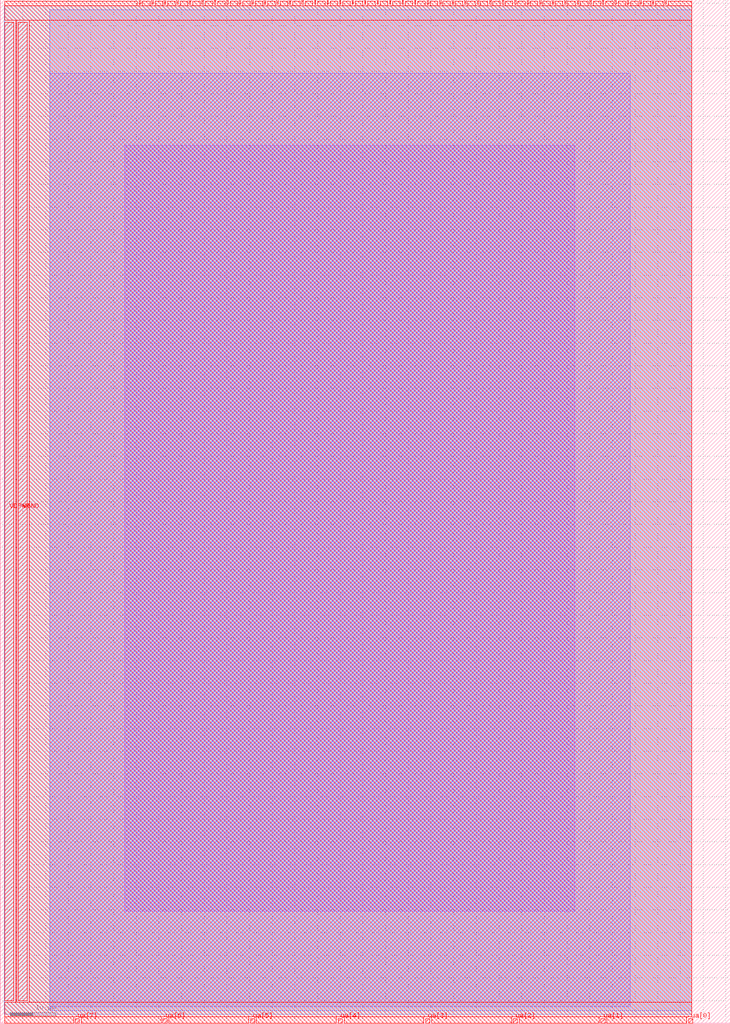
<source format=lef>
VERSION 5.7 ;
  NOWIREEXTENSIONATPIN ON ;
  DIVIDERCHAR "/" ;
  BUSBITCHARS "[]" ;
MACRO tt_um_psei
  CLASS BLOCK ;
  FOREIGN tt_um_psei ;
  ORIGIN 0.000 0.000 ;
  SIZE 161.000 BY 225.760 ;
  PIN clk
    DIRECTION INPUT ;
    USE SIGNAL ;
    PORT
      LAYER met4 ;
        RECT 143.830 224.760 144.130 225.760 ;
    END
  END clk
  PIN ena
    DIRECTION INPUT ;
    USE SIGNAL ;
    PORT
      LAYER met4 ;
        RECT 146.590 224.760 146.890 225.760 ;
    END
  END ena
  PIN rst_n
    DIRECTION INPUT ;
    USE SIGNAL ;
    PORT
      LAYER met4 ;
        RECT 141.070 224.760 141.370 225.760 ;
    END
  END rst_n
  PIN ua[0]
    DIRECTION INOUT ;
    USE SIGNAL ;
    ANTENNAGATEAREA 1.700000 ;
    PORT
      LAYER met4 ;
        RECT 151.810 0.000 152.710 1.000 ;
    END
  END ua[0]
  PIN ua[1]
    DIRECTION INOUT ;
    USE SIGNAL ;
    ANTENNADIFFAREA 0.910000 ;
    PORT
      LAYER met4 ;
        RECT 132.490 0.000 133.390 1.000 ;
    END
  END ua[1]
  PIN ua[2]
    DIRECTION INOUT ;
    USE SIGNAL ;
    ANTENNADIFFAREA 0.580000 ;
    PORT
      LAYER met4 ;
        RECT 113.170 0.000 114.070 1.000 ;
    END
  END ua[2]
  PIN ua[3]
    DIRECTION INOUT ;
    USE SIGNAL ;
    PORT
      LAYER met4 ;
        RECT 93.850 0.000 94.750 1.000 ;
    END
  END ua[3]
  PIN ua[4]
    DIRECTION INOUT ;
    USE SIGNAL ;
    PORT
      LAYER met4 ;
        RECT 74.530 0.000 75.430 1.000 ;
    END
  END ua[4]
  PIN ua[5]
    DIRECTION INOUT ;
    USE SIGNAL ;
    PORT
      LAYER met4 ;
        RECT 55.210 0.000 56.110 1.000 ;
    END
  END ua[5]
  PIN ua[6]
    DIRECTION INOUT ;
    USE SIGNAL ;
    PORT
      LAYER met4 ;
        RECT 35.890 0.000 36.790 1.000 ;
    END
  END ua[6]
  PIN ua[7]
    DIRECTION INOUT ;
    USE SIGNAL ;
    PORT
      LAYER met4 ;
        RECT 16.570 0.000 17.470 1.000 ;
    END
  END ua[7]
  PIN ui_in[0]
    DIRECTION INPUT ;
    USE SIGNAL ;
    ANTENNAGATEAREA 0.196500 ;
    PORT
      LAYER met4 ;
        RECT 138.310 224.760 138.610 225.760 ;
    END
  END ui_in[0]
  PIN ui_in[1]
    DIRECTION INPUT ;
    USE SIGNAL ;
    ANTENNAGATEAREA 0.196500 ;
    PORT
      LAYER met4 ;
        RECT 135.550 224.760 135.850 225.760 ;
    END
  END ui_in[1]
  PIN ui_in[2]
    DIRECTION INPUT ;
    USE SIGNAL ;
    ANTENNAGATEAREA 0.196500 ;
    PORT
      LAYER met4 ;
        RECT 132.790 224.760 133.090 225.760 ;
    END
  END ui_in[2]
  PIN ui_in[3]
    DIRECTION INPUT ;
    USE SIGNAL ;
    PORT
      LAYER met4 ;
        RECT 130.030 224.760 130.330 225.760 ;
    END
  END ui_in[3]
  PIN ui_in[4]
    DIRECTION INPUT ;
    USE SIGNAL ;
    PORT
      LAYER met4 ;
        RECT 127.270 224.760 127.570 225.760 ;
    END
  END ui_in[4]
  PIN ui_in[5]
    DIRECTION INPUT ;
    USE SIGNAL ;
    PORT
      LAYER met4 ;
        RECT 124.510 224.760 124.810 225.760 ;
    END
  END ui_in[5]
  PIN ui_in[6]
    DIRECTION INPUT ;
    USE SIGNAL ;
    PORT
      LAYER met4 ;
        RECT 121.750 224.760 122.050 225.760 ;
    END
  END ui_in[6]
  PIN ui_in[7]
    DIRECTION INPUT ;
    USE SIGNAL ;
    PORT
      LAYER met4 ;
        RECT 118.990 224.760 119.290 225.760 ;
    END
  END ui_in[7]
  PIN uio_in[0]
    DIRECTION INPUT ;
    USE SIGNAL ;
    PORT
      LAYER met4 ;
        RECT 116.230 224.760 116.530 225.760 ;
    END
  END uio_in[0]
  PIN uio_in[1]
    DIRECTION INPUT ;
    USE SIGNAL ;
    PORT
      LAYER met4 ;
        RECT 113.470 224.760 113.770 225.760 ;
    END
  END uio_in[1]
  PIN uio_in[2]
    DIRECTION INPUT ;
    USE SIGNAL ;
    PORT
      LAYER met4 ;
        RECT 110.710 224.760 111.010 225.760 ;
    END
  END uio_in[2]
  PIN uio_in[3]
    DIRECTION INPUT ;
    USE SIGNAL ;
    PORT
      LAYER met4 ;
        RECT 107.950 224.760 108.250 225.760 ;
    END
  END uio_in[3]
  PIN uio_in[4]
    DIRECTION INPUT ;
    USE SIGNAL ;
    PORT
      LAYER met4 ;
        RECT 105.190 224.760 105.490 225.760 ;
    END
  END uio_in[4]
  PIN uio_in[5]
    DIRECTION INPUT ;
    USE SIGNAL ;
    PORT
      LAYER met4 ;
        RECT 102.430 224.760 102.730 225.760 ;
    END
  END uio_in[5]
  PIN uio_in[6]
    DIRECTION INPUT ;
    USE SIGNAL ;
    PORT
      LAYER met4 ;
        RECT 99.670 224.760 99.970 225.760 ;
    END
  END uio_in[6]
  PIN uio_in[7]
    DIRECTION INPUT ;
    USE SIGNAL ;
    PORT
      LAYER met4 ;
        RECT 96.910 224.760 97.210 225.760 ;
    END
  END uio_in[7]
  PIN uio_oe[0]
    DIRECTION OUTPUT ;
    USE SIGNAL ;
    ANTENNAGATEAREA 108.097496 ;
    ANTENNADIFFAREA 199.474091 ;
    PORT
      LAYER met4 ;
        RECT 49.990 224.760 50.290 225.760 ;
    END
  END uio_oe[0]
  PIN uio_oe[1]
    DIRECTION OUTPUT ;
    USE SIGNAL ;
    ANTENNAGATEAREA 108.097496 ;
    ANTENNADIFFAREA 199.474091 ;
    PORT
      LAYER met4 ;
        RECT 47.230 224.760 47.530 225.760 ;
    END
  END uio_oe[1]
  PIN uio_oe[2]
    DIRECTION OUTPUT ;
    USE SIGNAL ;
    ANTENNAGATEAREA 108.097496 ;
    ANTENNADIFFAREA 199.474091 ;
    PORT
      LAYER met4 ;
        RECT 44.470 224.760 44.770 225.760 ;
    END
  END uio_oe[2]
  PIN uio_oe[3]
    DIRECTION OUTPUT ;
    USE SIGNAL ;
    ANTENNAGATEAREA 108.097496 ;
    ANTENNADIFFAREA 199.474091 ;
    PORT
      LAYER met4 ;
        RECT 41.710 224.760 42.010 225.760 ;
    END
  END uio_oe[3]
  PIN uio_oe[4]
    DIRECTION OUTPUT ;
    USE SIGNAL ;
    ANTENNAGATEAREA 108.097496 ;
    ANTENNADIFFAREA 199.474091 ;
    PORT
      LAYER met4 ;
        RECT 38.950 224.760 39.250 225.760 ;
    END
  END uio_oe[4]
  PIN uio_oe[5]
    DIRECTION OUTPUT ;
    USE SIGNAL ;
    ANTENNAGATEAREA 108.097496 ;
    ANTENNADIFFAREA 199.474091 ;
    PORT
      LAYER met4 ;
        RECT 36.190 224.760 36.490 225.760 ;
    END
  END uio_oe[5]
  PIN uio_oe[6]
    DIRECTION OUTPUT ;
    USE SIGNAL ;
    ANTENNAGATEAREA 108.097496 ;
    ANTENNADIFFAREA 199.474091 ;
    PORT
      LAYER met4 ;
        RECT 33.430 224.760 33.730 225.760 ;
    END
  END uio_oe[6]
  PIN uio_oe[7]
    DIRECTION OUTPUT ;
    USE SIGNAL ;
    ANTENNAGATEAREA 108.097496 ;
    ANTENNADIFFAREA 199.474091 ;
    PORT
      LAYER met4 ;
        RECT 30.670 224.760 30.970 225.760 ;
    END
  END uio_oe[7]
  PIN uio_out[0]
    DIRECTION OUTPUT ;
    USE SIGNAL ;
    ANTENNAGATEAREA 108.097496 ;
    ANTENNADIFFAREA 199.474091 ;
    PORT
      LAYER met4 ;
        RECT 72.070 224.760 72.370 225.760 ;
    END
  END uio_out[0]
  PIN uio_out[1]
    DIRECTION OUTPUT ;
    USE SIGNAL ;
    ANTENNAGATEAREA 108.097496 ;
    ANTENNADIFFAREA 199.474091 ;
    PORT
      LAYER met4 ;
        RECT 69.310 224.760 69.610 225.760 ;
    END
  END uio_out[1]
  PIN uio_out[2]
    DIRECTION OUTPUT ;
    USE SIGNAL ;
    ANTENNAGATEAREA 108.097496 ;
    ANTENNADIFFAREA 199.474091 ;
    PORT
      LAYER met4 ;
        RECT 66.550 224.760 66.850 225.760 ;
    END
  END uio_out[2]
  PIN uio_out[3]
    DIRECTION OUTPUT ;
    USE SIGNAL ;
    ANTENNAGATEAREA 108.097496 ;
    ANTENNADIFFAREA 199.474091 ;
    PORT
      LAYER met4 ;
        RECT 63.790 224.760 64.090 225.760 ;
    END
  END uio_out[3]
  PIN uio_out[4]
    DIRECTION OUTPUT ;
    USE SIGNAL ;
    ANTENNAGATEAREA 108.097496 ;
    ANTENNADIFFAREA 199.474091 ;
    PORT
      LAYER met4 ;
        RECT 61.030 224.760 61.330 225.760 ;
    END
  END uio_out[4]
  PIN uio_out[5]
    DIRECTION OUTPUT ;
    USE SIGNAL ;
    ANTENNAGATEAREA 108.097496 ;
    ANTENNADIFFAREA 199.474091 ;
    PORT
      LAYER met4 ;
        RECT 58.270 224.760 58.570 225.760 ;
    END
  END uio_out[5]
  PIN uio_out[6]
    DIRECTION OUTPUT ;
    USE SIGNAL ;
    ANTENNAGATEAREA 108.097496 ;
    ANTENNADIFFAREA 199.474091 ;
    PORT
      LAYER met4 ;
        RECT 55.510 224.760 55.810 225.760 ;
    END
  END uio_out[6]
  PIN uio_out[7]
    DIRECTION OUTPUT ;
    USE SIGNAL ;
    ANTENNAGATEAREA 108.097496 ;
    ANTENNADIFFAREA 199.474091 ;
    PORT
      LAYER met4 ;
        RECT 52.750 224.760 53.050 225.760 ;
    END
  END uio_out[7]
  PIN uo_out[0]
    DIRECTION OUTPUT ;
    USE SIGNAL ;
    ANTENNAGATEAREA 108.097496 ;
    ANTENNADIFFAREA 199.474091 ;
    PORT
      LAYER met4 ;
        RECT 94.150 224.760 94.450 225.760 ;
    END
  END uo_out[0]
  PIN uo_out[1]
    DIRECTION OUTPUT ;
    USE SIGNAL ;
    ANTENNAGATEAREA 108.097496 ;
    ANTENNADIFFAREA 199.474091 ;
    PORT
      LAYER met4 ;
        RECT 91.390 224.760 91.690 225.760 ;
    END
  END uo_out[1]
  PIN uo_out[2]
    DIRECTION OUTPUT ;
    USE SIGNAL ;
    ANTENNAGATEAREA 108.097496 ;
    ANTENNADIFFAREA 199.474091 ;
    PORT
      LAYER met4 ;
        RECT 88.630 224.760 88.930 225.760 ;
    END
  END uo_out[2]
  PIN uo_out[3]
    DIRECTION OUTPUT ;
    USE SIGNAL ;
    ANTENNAGATEAREA 108.097496 ;
    ANTENNADIFFAREA 199.474091 ;
    PORT
      LAYER met4 ;
        RECT 85.870 224.760 86.170 225.760 ;
    END
  END uo_out[3]
  PIN uo_out[4]
    DIRECTION OUTPUT ;
    USE SIGNAL ;
    ANTENNAGATEAREA 108.097496 ;
    ANTENNADIFFAREA 199.474091 ;
    PORT
      LAYER met4 ;
        RECT 83.110 224.760 83.410 225.760 ;
    END
  END uo_out[4]
  PIN uo_out[5]
    DIRECTION OUTPUT ;
    USE SIGNAL ;
    ANTENNAGATEAREA 108.097496 ;
    ANTENNADIFFAREA 199.474091 ;
    PORT
      LAYER met4 ;
        RECT 80.350 224.760 80.650 225.760 ;
    END
  END uo_out[5]
  PIN uo_out[6]
    DIRECTION OUTPUT ;
    USE SIGNAL ;
    ANTENNAGATEAREA 108.097496 ;
    ANTENNADIFFAREA 199.474091 ;
    PORT
      LAYER met4 ;
        RECT 77.590 224.760 77.890 225.760 ;
    END
  END uo_out[6]
  PIN uo_out[7]
    DIRECTION OUTPUT ;
    USE SIGNAL ;
    ANTENNAGATEAREA 108.097496 ;
    ANTENNADIFFAREA 199.474091 ;
    PORT
      LAYER met4 ;
        RECT 74.830 224.760 75.130 225.760 ;
    END
  END uo_out[7]
  PIN VDPWR
    DIRECTION INOUT ;
    USE POWER ;
    PORT
      LAYER met4 ;
        RECT 1.000 5.000 3.000 220.760 ;
    END
  END VDPWR
  PIN VGND
    DIRECTION INOUT ;
    USE GROUND ;
    PORT
      LAYER met4 ;
        RECT 4.000 5.000 6.000 220.760 ;
    END
  END VGND
  OBS
      LAYER li1 ;
        RECT 27.440 24.750 126.700 193.630 ;
      LAYER met1 ;
        RECT 10.900 3.625 138.940 209.540 ;
      LAYER met2 ;
        RECT 10.870 2.790 152.475 223.565 ;
      LAYER met3 ;
        RECT 0.930 1.965 152.500 224.360 ;
      LAYER met4 ;
        RECT 0.955 224.360 30.270 225.390 ;
        RECT 31.370 224.360 33.030 225.390 ;
        RECT 34.130 224.360 35.790 225.390 ;
        RECT 36.890 224.360 38.550 225.390 ;
        RECT 39.650 224.360 41.310 225.390 ;
        RECT 42.410 224.360 44.070 225.390 ;
        RECT 45.170 224.360 46.830 225.390 ;
        RECT 47.930 224.360 49.590 225.390 ;
        RECT 50.690 224.360 52.350 225.390 ;
        RECT 53.450 224.360 55.110 225.390 ;
        RECT 56.210 224.360 57.870 225.390 ;
        RECT 58.970 224.360 60.630 225.390 ;
        RECT 61.730 224.360 63.390 225.390 ;
        RECT 64.490 224.360 66.150 225.390 ;
        RECT 67.250 224.360 68.910 225.390 ;
        RECT 70.010 224.360 71.670 225.390 ;
        RECT 72.770 224.360 74.430 225.390 ;
        RECT 75.530 224.360 77.190 225.390 ;
        RECT 78.290 224.360 79.950 225.390 ;
        RECT 81.050 224.360 82.710 225.390 ;
        RECT 83.810 224.360 85.470 225.390 ;
        RECT 86.570 224.360 88.230 225.390 ;
        RECT 89.330 224.360 90.990 225.390 ;
        RECT 92.090 224.360 93.750 225.390 ;
        RECT 94.850 224.360 96.510 225.390 ;
        RECT 97.610 224.360 99.270 225.390 ;
        RECT 100.370 224.360 102.030 225.390 ;
        RECT 103.130 224.360 104.790 225.390 ;
        RECT 105.890 224.360 107.550 225.390 ;
        RECT 108.650 224.360 110.310 225.390 ;
        RECT 111.410 224.360 113.070 225.390 ;
        RECT 114.170 224.360 115.830 225.390 ;
        RECT 116.930 224.360 118.590 225.390 ;
        RECT 119.690 224.360 121.350 225.390 ;
        RECT 122.450 224.360 124.110 225.390 ;
        RECT 125.210 224.360 126.870 225.390 ;
        RECT 127.970 224.360 129.630 225.390 ;
        RECT 130.730 224.360 132.390 225.390 ;
        RECT 133.490 224.360 135.150 225.390 ;
        RECT 136.250 224.360 137.910 225.390 ;
        RECT 139.010 224.360 140.670 225.390 ;
        RECT 141.770 224.360 143.430 225.390 ;
        RECT 144.530 224.360 146.190 225.390 ;
        RECT 147.290 224.360 152.480 225.390 ;
        RECT 0.955 221.160 152.480 224.360 ;
        RECT 3.400 4.600 3.600 221.160 ;
        RECT 6.400 4.600 152.480 221.160 ;
        RECT 0.955 1.400 152.480 4.600 ;
        RECT 0.955 0.000 16.170 1.400 ;
        RECT 17.870 0.000 35.490 1.400 ;
        RECT 37.190 0.000 54.810 1.400 ;
        RECT 56.510 0.000 74.130 1.400 ;
        RECT 75.830 0.000 93.450 1.400 ;
        RECT 95.150 0.000 112.770 1.400 ;
        RECT 114.470 0.000 132.090 1.400 ;
        RECT 133.790 0.000 151.410 1.400 ;
        RECT 112.960 -0.030 114.060 0.000 ;
  END
END tt_um_psei
END LIBRARY


</source>
